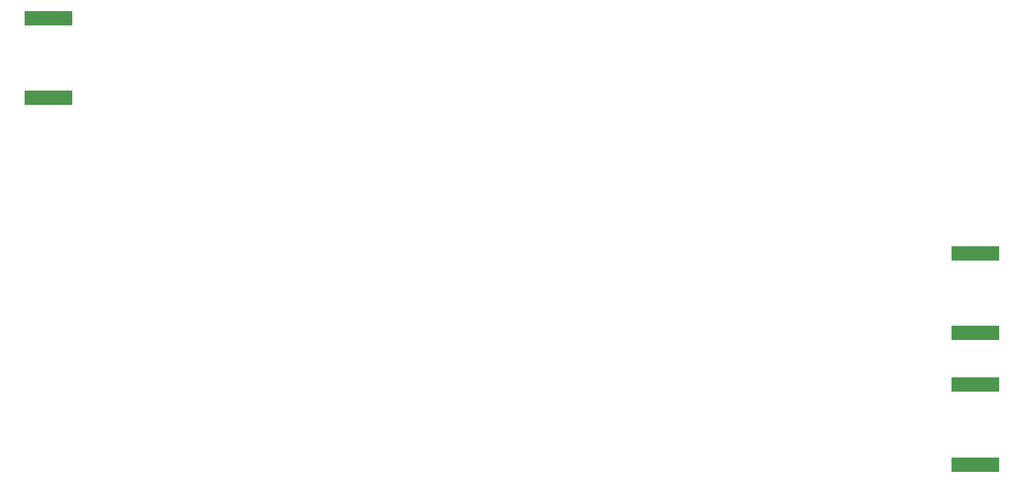
<source format=gbp>
G04 #@! TF.GenerationSoftware,KiCad,Pcbnew,8.0.2*
G04 #@! TF.CreationDate,2024-09-17T18:27:48+03:00*
G04 #@! TF.ProjectId,ad4080_evb_experimenter,61643430-3830-45f6-9576-625f65787065,rev?*
G04 #@! TF.SameCoordinates,Original*
G04 #@! TF.FileFunction,Paste,Bot*
G04 #@! TF.FilePolarity,Positive*
%FSLAX46Y46*%
G04 Gerber Fmt 4.6, Leading zero omitted, Abs format (unit mm)*
G04 Created by KiCad (PCBNEW 8.0.2) date 2024-09-17 18:27:48*
%MOMM*%
%LPD*%
G01*
G04 APERTURE LIST*
%ADD10R,5.080000X1.500000*%
G04 APERTURE END LIST*
D10*
X130800000Y-97950000D03*
X130800000Y-106450000D03*
X32004000Y-67369000D03*
X32004000Y-58869000D03*
X130800000Y-83950000D03*
X130800000Y-92450000D03*
M02*

</source>
